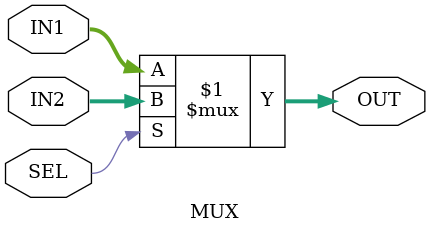
<source format=v>
module MUX(IN1, IN2, OUT, SEL);
input [15:0]IN1, IN2;
output [15:0]OUT;
input  SEL;

assign OUT = (SEL) ? IN2 : IN1;

endmodule

</source>
